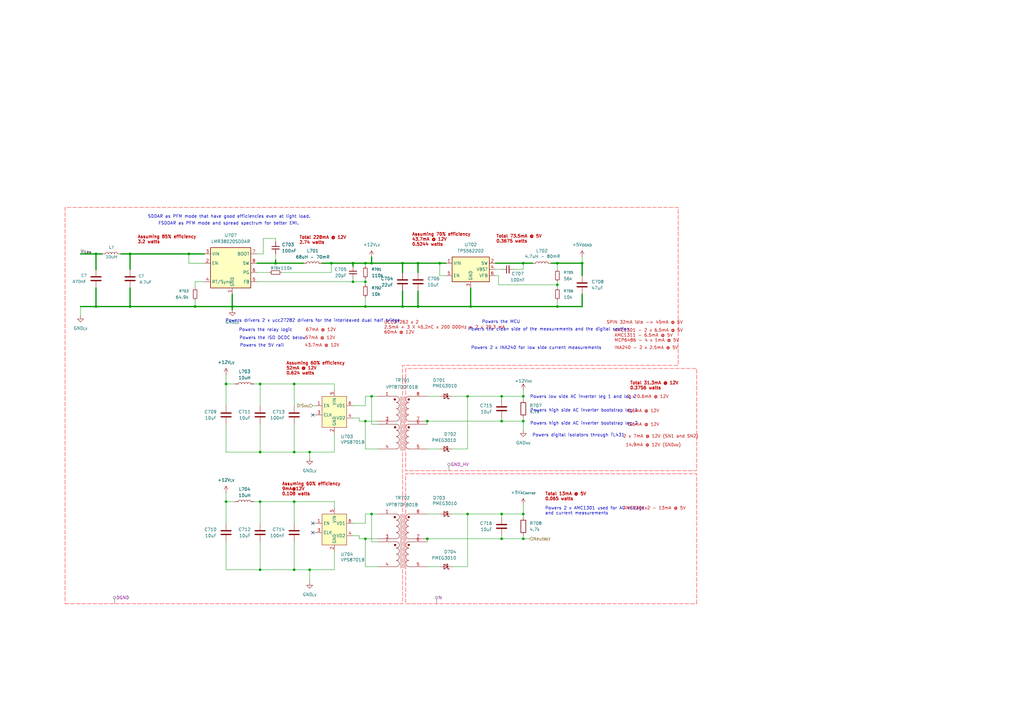
<source format=kicad_sch>
(kicad_sch (version 20250114) (generator "eeschema") (generator_version "9.0")
  (paper "A3")
  (lib_symbols
    (symbol "Device:C" (pin_numbers (hide yes)) (pin_names (offset 0.254))
      (property "Reference" "C" (at 0.635 2.54 0))
      (property "Value" "C" (at 0.635 -2.54 0))
      (symbol "C_0_1"
        (polyline (pts (xy -2.032 0.762) (xy 2.032 0.762)) (stroke (width 0.508)))
        (polyline (pts (xy -2.032 -0.762) (xy 2.032 -0.762)) (stroke (width 0.508)))
      )
      (symbol "C_1_1"
        (pin passive line (at 0 3.81 270) (length 2.794) (name "~") (number "1"))
        (pin passive line (at 0 -3.81 90) (length 2.794) (name "~") (number "2"))
      )
    )
    (symbol "Device:C_Small" (pin_numbers (hide yes)) (pin_names (offset 0.254) (hide yes))
      (property "Reference" "C" (at 0.254 1.778 0))
      (property "Value" "C_Small" (at 0.254 -2.032 0))
      (symbol "C_Small_0_1"
        (polyline (pts (xy -1.524 0.508) (xy 1.524 0.508)) (stroke (width 0.3048)))
        (polyline (pts (xy -1.524 -0.508) (xy 1.524 -0.508)) (stroke (width 0.3302)))
      )
      (symbol "C_Small_1_1"
        (pin passive line (at 0 2.54 270) (length 2.032) (name "~") (number "1"))
        (pin passive line (at 0 -2.54 90) (length 2.032) (name "~") (number "2"))
      )
    )
    (symbol "Device:D_Schottky_Small" (pin_numbers (hide yes)) (pin_names (offset 0.254) (hide yes))
      (property "Reference" "D" (at -1.27 2.032 0))
      (property "Value" "D_Schottky_Small" (at -7.112 -2.032 0))
      (symbol "D_Schottky_Small_0_1"
        (polyline (pts (xy -1.27 0.762) (xy -1.27 1.016) (xy -0.762 1.016) (xy -0.762 -1.016) (xy -0.254 -1.016) (xy -0.254 -0.762)) (stroke (width 0.254)))
        (polyline (pts (xy -0.762 0) (xy 0.762 0)))
        (polyline (pts (xy 0.762 -1.016) (xy -0.762 0) (xy 0.762 1.016) (xy 0.762 -1.016)) (stroke (width 0.254)))
      )
      (symbol "D_Schottky_Small_1_1"
        (pin passive line (at -2.54 0 0) (length 1.778) (name "K") (number "1"))
        (pin passive line (at 2.54 0 180) (length 1.778) (name "A") (number "2"))
      )
    )
    (symbol "Device:L" (pin_numbers (hide yes)) (pin_names (offset 1.016) (hide yes))
      (property "Reference" "L" (at -1.27 0 90))
      (property "Value" "L" (at 1.905 0 90))
      (symbol "L_0_1"
        (arc (start 0 2.54) (mid 0.6323 1.905) (end 0 1.27))
        (arc (start 0 1.27) (mid 0.6323 0.635) (end 0 0))
        (arc (start 0 0) (mid 0.6323 -0.635) (end 0 -1.27))
        (arc (start 0 -1.27) (mid 0.6323 -1.905) (end 0 -2.54))
      )
      (symbol "L_1_1"
        (pin passive line (at 0 3.81 270) (length 1.27) (name "1") (number "1"))
        (pin passive line (at 0 -3.81 90) (length 1.27) (name "2") (number "2"))
      )
    )
    (symbol "Device:R" (pin_numbers (hide yes)) (pin_names (offset 0))
      (property "Reference" "R" (at 2.032 0 90))
      (property "Value" "R" (at 0 0 90))
      (symbol "R_0_1"
        (rectangle (start -1.016 -2.54) (end 1.016 2.54) (stroke (width 0.254)))
      )
      (symbol "R_1_1"
        (pin passive line (at 0 3.81 270) (length 1.27) (name "~") (number "1"))
        (pin passive line (at 0 -3.81 90) (length 1.27) (name "~") (number "2"))
      )
    )
    (symbol "Device:R_Small" (pin_numbers (hide yes)) (pin_names (offset 0.254) (hide yes))
      (property "Reference" "R" (at 0 0 90))
      (property "Value" "R_Small" (at 1.778 0 90))
      (symbol "R_Small_0_1"
        (rectangle (start -0.762 1.778) (end 0.762 -1.778) (stroke (width 0.2032)))
      )
      (symbol "R_Small_1_1"
        (pin passive line (at 0 2.54 270) (length 0.762) (name "~") (number "1"))
        (pin passive line (at 0 -2.54 90) (length 0.762) (name "~") (number "2"))
      )
    )
    (symbol "Regulator_Switching:TPS562202"
      (property "Reference" "U" (at -7.62 6.35 0))
      (property "Value" "TPS562202" (at -2.54 6.35 0))
      (symbol "TPS562202_0_1"
        (rectangle (start -7.62 5.08) (end 7.62 -5.08) (stroke (width 0.254)) (fill (type background)))
      )
      (symbol "TPS562202_1_1"
        (pin power_in line (at -10.16 2.54 0) (length 2.54) (name "VIN") (number "1"))
        (pin input line (at -10.16 -2.54 0) (length 2.54) (name "EN") (number "5"))
        (pin power_in line (at 0 -7.62 90) (length 2.54) (name "GND") (number "3"))
        (pin output line (at 10.16 2.54 180) (length 2.54) (name "SW") (number "2"))
        (pin passive line (at 10.16 0 180) (length 2.54) (name "VBST") (number "4"))
        (pin input line (at 10.16 -2.54 180) (length 2.54) (name "VFB") (number "6"))
      )
    )
    (symbol "Symbols:+12V_PGND" (power) (in_bom no) (on_board no)
      (property "Value" "+12V_PGND" (at -0.127 3.81 0))
      (symbol "+12V_PGND_0_1"
        (polyline (pts (xy -0.762 1.27) (xy 0 2.54)))
        (polyline (pts (xy 0 2.54) (xy 0.762 1.27)))
        (polyline (pts (xy 0 0) (xy 0 2.54)))
      )
      (symbol "+12V_PGND_1_1"
        (pin power_in line (at 0 0 90) (length 0) (hide yes) (name "+12V_PGND") (number "1"))
      )
    )
    (symbol "Symbols:LMR38020"
      (property "Reference" "U" (at 0 0 0))
      (symbol "LMR38020_0_1"
        (rectangle (start -8.89 7.62) (end 7.62 -8.89) (stroke (width 0.254)) (fill (type background)))
      )
      (symbol "LMR38020_1_1"
        (pin power_in line (at -11.43 5.08 0) (length 2.54) (name "VIN") (number "3"))
        (pin input line (at -11.43 1.27 0) (length 2.54) (name "EN") (number "2"))
        (pin input line (at -11.43 -6.35 0) (length 2.54) (name "RT/Sync") (number "4"))
        (pin power_in line (at 0 -11.43 90) (length 2.54) (name "GND") (number "1"))
        (pin passive line (at 0 -11.43 90) (length 2.54) (hide yes) (name "GND") (number "9"))
        (pin input line (at 10.16 5.08 180) (length 2.54) (name "BOOT") (number "7"))
        (pin output line (at 10.16 1.27 180) (length 2.54) (name "SW") (number "8"))
        (pin input line (at 10.16 -2.54 180) (length 2.54) (name "PG") (number "6"))
        (pin input line (at 10.16 -6.35 180) (length 2.54) (name "FB") (number "5"))
      )
    )
    (symbol "Symbols:Transformer_2P_2S" (pin_names (offset 0) (hide yes))
      (property "Reference" "TR" (at 14.478 15.24 0))
      (symbol "Transformer_2P_2S_0_1"
        (arc (start 8.89 20.32) (mid 8.5055 19.4404) (end 7.62 19.0754))
        (arc (start 8.89 17.78) (mid 8.5055 16.9004) (end 7.62 16.5354))
        (arc (start 8.89 15.24) (mid 8.5055 14.3604) (end 7.62 13.9954))
        (arc (start 8.89 12.7) (mid 8.5055 11.8204) (end 7.62 11.4554))
        (arc (start 8.89 8.89) (mid 8.5055 8.0104) (end 7.62 7.6454))
        (arc (start 8.89 6.35) (mid 8.5055 5.4704) (end 7.62 5.1054))
        (arc (start 8.89 3.81) (mid 8.5055 2.9304) (end 7.62 2.5654))
        (arc (start 8.89 1.27) (mid 8.5055 0.3904) (end 7.62 0.0254))
        (arc (start 7.62 21.59) (mid 8.518 21.218) (end 8.89 20.32))
        (arc (start 7.62 19.05) (mid 8.518 18.678) (end 8.89 17.78))
        (arc (start 7.62 16.51) (mid 8.518 16.138) (end 8.89 15.24))
        (arc (start 7.62 13.97) (mid 8.518 13.598) (end 8.89 12.7))
        (arc (start 7.62 10.16) (mid 8.518 9.788) (end 8.89 8.89))
        (arc (start 7.62 7.62) (mid 8.518 7.248) (end 8.89 6.35))
        (arc (start 7.62 5.08) (mid 8.518 4.708) (end 8.89 3.81))
        (arc (start 7.62 2.54) (mid 8.518 2.168) (end 8.89 1.27))
        (polyline (pts (xy 9.525 21.59) (xy 9.525 -0.635)))
        (polyline (pts (xy 10.795 -0.635) (xy 10.795 21.59)))
        (arc (start 11.4554 20.32) (mid 11.8065 21.2193) (end 12.7 21.59))
        (arc (start 11.4554 17.78) (mid 11.8065 18.6793) (end 12.7 19.05))
        (arc (start 11.4554 15.24) (mid 11.8065 16.1393) (end 12.7 16.51))
        (arc (start 11.4554 8.89) (mid 11.8065 9.7893) (end 12.7 10.16))
        (arc (start 11.4554 6.35) (mid 11.8065 7.2493) (end 12.7 7.62))
        (arc (start 11.4554 3.81) (mid 11.8065 4.7093) (end 12.7 5.08))
        (arc (start 12.7 19.0754) (mid 11.8199 19.4399) (end 11.4554 20.32))
        (arc (start 12.7 16.5354) (mid 11.8199 16.8999) (end 11.4554 17.78))
        (arc (start 12.7 13.9954) (mid 11.8199 14.3599) (end 11.4554 15.24))
        (arc (start 12.7 7.6454) (mid 11.8199 8.0099) (end 11.4554 8.89))
        (arc (start 12.7 5.1054) (mid 11.8199 5.4699) (end 11.4554 6.35))
        (arc (start 12.7 2.5654) (mid 11.8199 2.9299) (end 11.4554 3.81))
        (arc (start 11.4808 12.7) (mid 11.8317 13.6009) (end 12.7254 13.97))
        (arc (start 11.4808 1.27) (mid 11.8317 2.1709) (end 12.7254 2.54))
        (arc (start 12.7254 11.4554) (mid 11.8457 11.8201) (end 11.4808 12.7))
        (arc (start 12.7254 0.0254) (mid 11.8457 0.3901) (end 11.4808 1.27))
      )
      (symbol "Transformer_2P_2S_1_1"
        (circle (center 6.985 20.32) (radius 0.381) (fill (type outline)))
        (circle (center 7.112 8.89) (radius 0.381) (fill (type outline)))
        (circle (center 12.7 20.32) (radius 0.381) (fill (type outline)))
        (circle (center 12.7 8.89) (radius 0.381) (fill (type outline)))
        (pin passive line (at 0 21.59 0) (length 7.62) (name "AA") (number "1"))
        (pin passive line (at 0 11.43 0) (length 7.62) (name "AB") (number "3"))
        (pin passive line (at 0 10.16 0) (length 7.62) (name "AA") (number "2"))
        (pin passive line (at 0 0 0) (length 7.62) (name "AB") (number "4"))
        (pin passive line (at 20.32 21.59 180) (length 7.62) (name "SB") (number "8"))
        (pin passive line (at 20.32 11.43 180) (length 7.62) (name "SA") (number "7"))
        (pin passive line (at 20.32 10.16 180) (length 7.62) (name "SB") (number "6"))
        (pin passive line (at 20.32 0 180) (length 7.62) (name "SA") (number "5"))
      )
    )
    (symbol "Symbols:VPS8504B"
      (property "Reference" "U" (at 5.842 7.874 0))
      (symbol "VPS8504B_1_1"
        (rectangle (start -5.08 6.35) (end 5.08 -6.35) (fill (type color) (color 255 255 194 1)))
        (pin input line (at -7.62 2.54 0) (length 2.54) (name "EN") (number "1"))
        (pin input line (at -7.62 -1.27 0) (length 2.54) (name "CLK") (number "3"))
        (pin input line (at 0 8.89 270) (length 2.54) (name "VIN") (number "5"))
        (pin input line (at 0 -8.89 90) (length 2.54) (name "GND") (number "2"))
        (pin input line (at 7.62 2.54 180) (length 2.54) (name "VD1") (number "6"))
        (pin input line (at 7.62 -2.54 180) (length 2.54) (name "VD2") (number "4"))
      )
    )
    (symbol "power:+12V" (power) (pin_numbers (hide yes)) (pin_names (offset 0) (hide yes))
      (property "Value" "+12V" (at 0 3.556 0))
      (symbol "+12V_0_1"
        (polyline (pts (xy -0.762 1.27) (xy 0 2.54)))
        (polyline (pts (xy 0 2.54) (xy 0.762 1.27)))
        (polyline (pts (xy 0 0) (xy 0 2.54)))
      )
      (symbol "+12V_1_1"
        (pin power_in line (at 0 0 90) (length 0) (name "~") (number "1"))
      )
    )
    (symbol "power:GND" (power) (pin_numbers (hide yes)) (pin_names (offset 0) (hide yes))
      (property "Value" "GND" (at 0 -3.81 0))
      (symbol "GND_0_1"
        (polyline (pts (xy 0 0) (xy 0 -1.27) (xy 1.27 -1.27) (xy 0 -2.54) (xy -1.27 -1.27) (xy 0 -1.27)))
      )
      (symbol "GND_1_1"
        (pin power_in line (at 0 0 270) (length 0) (name "~") (number "1"))
      )
    )
    (symbol "power:GND1" (power) (pin_numbers (hide yes)) (pin_names (offset 0) (hide yes))
      (property "Value" "GND1" (at 0 -3.81 0))
      (symbol "GND1_0_1"
        (polyline (pts (xy 0 0) (xy 0 -1.27) (xy 1.27 -1.27) (xy 0 -2.54) (xy -1.27 -1.27) (xy 0 -1.27)))
      )
      (symbol "GND1_1_1"
        (pin power_in line (at 0 0 270) (length 0) (name "~") (number "1"))
      )
    )
  )
  (text "Powers the 5V rail" (at 107.442 141.732 0) (effects (font (size 1.27 1.27))))
  (text "Powers digital isolators through TL431" (at 237.236 178.562 0) (effects (font (size 1.27 1.27))))
  (text "Total 73.5mA @ 5V\n0.3675 watts" (at 203.454 98.044 0) (effects (font (size 1.27 1.27) (thickness 0.254) (bold yes)) (justify left)))
  (text "Assuming 70% efficiency \n43.7mA @ 12V\n0.5244 watts" (at 168.91 98.298 0) (effects (font (size 1.27 1.27) (thickness 0.254) (bold yes)) (justify left)))
  (text "AMC1301x2 - 13mA @ 5V" (at 268.478 208.534 0) (effects (font (size 1.27 1.27))))
  (text "INA240 - 2 x 2.5mA @ 5V" (at 251.968 142.748 0) (effects (font (size 1.27 1.27)) (justify left)))
  (text "Powers the clean side of the measurements and the digital section" (at 225.044 135.128 0) (effects (font (size 1.27 1.27))))
  (text "Powers 2 x AMC1301 used for AC voltage\nand current measurements" (at 223.52 209.55 0) (effects (font (size 1.27 1.27)) (justify left)))
  (text "Powers high side AC inverter bootstrap leg 1" (at 239.522 168.402 0) (effects (font (size 1.27 1.27))))
  (text "Total 13mA @ 5V \n0.065 watts" (at 223.52 203.708 0) (effects (font (size 1.27 1.27) (thickness 0.254) (bold yes)) (justify left)))
  (text "Assuming 60% efficiency \n9mA@12V\n0.108 watts" (at 115.57 200.66 0) (effects (font (size 1.27 1.27) (thickness 0.254) (bold yes)) (justify left)))
  (text "Assuming 60% efficiency \n52mA @ 12V\n0.624 watts" (at 117.348 151.13 0) (effects (font (size 1.27 1.27) (thickness 0.254) (bold yes)) (justify left)))
  (text "0.6mA @ 12V" (at 263.906 168.656 0) (effects (font (size 1.27 1.27))))
  (text "Powers 2 x INA240 for low side current measurements" (at 219.964 142.748 0) (effects (font (size 1.27 1.27))))
  (text "Powers low side AC inverter leg 1 and leg 2" (at 239.268 162.814 0) (effects (font (size 1.27 1.27))))
  (text "Powers the ISO DCDC below\n" (at 111.76 138.684 0) (effects (font (size 1.27 1.27))))
  (text "SPIN 32mA idle -> 45mA @ 5V" (at 264.414 132.334 0) (effects (font (size 1.27 1.27))))
  (text "14.9mA @ 12V (GND_{HV})" (at 267.97 182.626 0) (effects (font (size 1.27 1.27))))
  (text "0.6mA @ 12V" (at 263.906 174.244 0) (effects (font (size 1.27 1.27))))
  (text "Powers drivers 2 x ucc27282 drivers for the interleaved dual half bridge" (at 128.27 131.572 0) (effects (font (size 1.27 1.27))))
  (text "57mA @ 12V" (at 131.318 138.684 0) (effects (font (size 1.27 1.27))))
  (text "UCC27262 x 2\n2.5mA + 3 X 45.2nC x 200 000Hz ≈ 2 x 29.3 mA\n60mA @ 12V" (at 157.48 134.366 0) (effects (font (size 1.27 1.27)) (justify left)))
  (text "FSDDAR as PFM mode and spread spectrum for better EMI. " (at 94.234 91.694 0) (effects (font (size 1.27 1.27))))
  (text "43.7mA @ 12V" (at 132.08 141.732 0) (effects (font (size 1.27 1.27))))
  (text "2 x 0.6mA @ 12V" (at 265.684 162.814 0) (effects (font (size 1.27 1.27))))
  (text "AMC1301 - 2 x 6.5mA @ 5V\nAMC1311 - 6.5mA @ 5V\nMCP6486 - 4 x 1mA @ 5V" (at 251.968 137.668 0) (effects (font (size 1.27 1.27)) (justify left)))
  (text "2 x 7mA @ 12V (SN1 and SN2)" (at 271.018 179.07 0) (effects (font (size 1.27 1.27))))
  (text "Total 228mA @ 12V\n2.74 watts" (at 122.682 98.552 0) (effects (font (size 1.27 1.27) (thickness 0.254) (bold yes)) (justify left)))
  (text "Powers the MCU" (at 205.486 132.08 0) (effects (font (size 1.27 1.27))))
  (text "Assuming 85% efficiency \n3.2 watts" (at 56.388 98.298 0) (effects (font (size 1.27 1.27) (thickness 0.254) (bold yes)) (justify left)))
  (text "Total 31.3mA @ 12V \n0.3756 watts" (at 258.318 158.242 0) (effects (font (size 1.27 1.27) (thickness 0.254) (bold yes)) (justify left)))
  (text "Powers the relay logic" (at 108.966 135.382 0) (effects (font (size 1.27 1.27))))
  (text "67mA @ 12V" (at 131.572 135.382 0) (effects (font (size 1.27 1.27))))
  (text "Powers high side AC inverter bootstrap leg 2" (at 239.522 173.736 0) (effects (font (size 1.27 1.27))))
  (text "SDDAR as PFM mode that have good efficiencies even at light load." (at 93.98 88.9 0) (effects (font (size 1.27 1.27))))
  (junction (at 106.68 205.74))
  (junction (at 228.6 125.73))
  (junction (at 175.26 220.98))
  (junction (at 214.63 162.56))
  (junction (at 127 185.42))
  (junction (at 120.65 157.48))
  (junction (at 106.68 233.68))
  (junction (at 77.47 104.14))
  (junction (at 228.6 107.95))
  (junction (at 171.45 125.73))
  (junction (at 165.1 107.95))
  (junction (at 214.63 210.82))
  (junction (at 39.37 104.14))
  (junction (at 171.45 107.95))
  (junction (at 205.74 210.82))
  (junction (at 175.26 172.72))
  (junction (at 205.74 162.56))
  (junction (at 95.25 125.73))
  (junction (at 149.86 107.95))
  (junction (at 39.37 125.73))
  (junction (at 193.04 125.73))
  (junction (at 152.4 162.56))
  (junction (at 92.71 205.74))
  (junction (at 113.03 107.95))
  (junction (at 214.63 107.95))
  (junction (at 120.65 233.68))
  (junction (at 149.86 172.72))
  (junction (at 106.68 157.48))
  (junction (at 106.68 185.42))
  (junction (at 191.77 162.56))
  (junction (at 205.74 172.72))
  (junction (at 120.65 185.42))
  (junction (at 214.63 220.98))
  (junction (at 180.34 107.95))
  (junction (at 238.76 107.95))
  (junction (at 152.4 107.95))
  (junction (at 149.86 220.98))
  (junction (at 228.6 116.84))
  (junction (at 149.86 125.73))
  (junction (at 165.1 125.73))
  (junction (at 214.63 172.72))
  (junction (at 152.4 210.82))
  (junction (at 92.71 157.48))
  (junction (at 127 233.68))
  (junction (at 144.78 115.57))
  (junction (at 53.34 104.14))
  (junction (at 80.01 125.73))
  (junction (at 53.34 125.73))
  (junction (at 191.77 210.82))
  (junction (at 135.89 107.95))
  (junction (at 144.78 107.95))
  (junction (at 149.86 115.57))
  (junction (at 120.65 205.74))
  (junction (at 205.74 220.98))
  (no_connect (at 128.27 218.44))
  (no_connect (at 128.27 214.63))
  (no_connect (at 128.27 170.18))
  (wire (pts (xy 127 185.42) (xy 137.16 185.42)))
  (wire (pts (xy 105.41 104.14) (xy 107.95 104.14)))
  (wire (pts (xy 152.4 105.41) (xy 152.4 107.95)) (stroke (width 0.5)))
  (wire (pts (xy 238.76 105.41) (xy 238.76 107.95)))
  (wire (pts (xy 154.94 173.99) (xy 152.4 173.99)))
  (wire (pts (xy 92.71 205.74) (xy 92.71 214.63)))
  (wire (pts (xy 205.74 163.83) (xy 205.74 162.56)))
  (wire (pts (xy 104.14 205.74) (xy 106.68 205.74)))
  (wire (pts (xy 106.68 173.99) (xy 106.68 185.42)))
  (wire (pts (xy 149.86 214.63) (xy 149.86 210.82)))
  (wire (pts (xy 53.34 118.11) (xy 53.34 125.73)) (stroke (width 0.5)))
  (wire (pts (xy 191.77 210.82) (xy 205.74 210.82)))
  (wire (pts (xy 165.1 125.73) (xy 171.45 125.73)) (stroke (width 0.5)))
  (wire (pts (xy 228.6 125.73) (xy 231.14 125.73)))
  (wire (pts (xy 106.68 233.68) (xy 120.65 233.68)))
  (wire (pts (xy 149.86 220.98) (xy 154.94 220.98)))
  (wire (pts (xy 53.34 125.73) (xy 80.01 125.73)) (stroke (width 0.5)))
  (wire (pts (xy 95.25 125.73) (xy 149.86 125.73)) (stroke (width 0.5)))
  (wire (pts (xy 92.71 233.68) (xy 106.68 233.68)))
  (wire (pts (xy 228.6 116.84) (xy 228.6 118.11)))
  (wire (pts (xy 152.4 162.56) (xy 152.4 173.99)))
  (wire (pts (xy 135.89 107.95) (xy 144.78 107.95)) (stroke (width 0.5)))
  (wire (pts (xy 106.68 157.48) (xy 120.65 157.48)))
  (wire (pts (xy 205.74 210.82) (xy 214.63 210.82)))
  (wire (pts (xy 33.02 125.73) (xy 39.37 125.73)) (stroke (width 0.5)))
  (wire (pts (xy 147.32 171.45) (xy 147.32 172.72)))
  (wire (pts (xy 175.26 220.98) (xy 175.26 222.25)))
  (wire (pts (xy 147.32 220.98) (xy 149.86 220.98)))
  (wire (pts (xy 214.63 162.56) (xy 214.63 163.83)))
  (wire (pts (xy 205.74 171.45) (xy 205.74 172.72)))
  (wire (pts (xy 144.78 107.95) (xy 144.78 109.22)) (stroke (width 0.5)))
  (wire (pts (xy 226.06 107.95) (xy 228.6 107.95)) (stroke (width 0.5)))
  (wire (pts (xy 205.74 220.98) (xy 175.26 220.98)))
  (wire (pts (xy 104.14 157.48) (xy 106.68 157.48)))
  (wire (pts (xy 92.71 222.25) (xy 92.71 233.68)))
  (wire (pts (xy 80.01 115.57) (xy 80.01 118.11)))
  (wire (pts (xy 53.34 104.14) (xy 77.47 104.14)) (stroke (width 0.5)))
  (wire (pts (xy 152.4 210.82) (xy 152.4 222.25)))
  (wire (pts (xy 171.45 107.95) (xy 171.45 111.76)) (stroke (width 0.5)))
  (wire (pts (xy 175.26 232.41) (xy 180.34 232.41)))
  (wire (pts (xy 214.63 172.72) (xy 214.63 176.53)))
  (wire (pts (xy 165.1 107.95) (xy 171.45 107.95)) (stroke (width 0.5)))
  (wire (pts (xy 120.65 157.48) (xy 120.65 166.37)))
  (wire (pts (xy 214.63 171.45) (xy 214.63 172.72)))
  (wire (pts (xy 106.68 157.48) (xy 106.68 166.37)))
  (wire (pts (xy 127 187.96) (xy 127 185.42)))
  (wire (pts (xy 33.02 104.14) (xy 39.37 104.14)) (stroke (width 0.5)))
  (wire (pts (xy 77.47 107.95) (xy 77.47 104.14)))
  (wire (pts (xy 127 233.68) (xy 137.16 233.68)))
  (wire (pts (xy 182.88 113.03) (xy 180.34 113.03)))
  (wire (pts (xy 129.54 170.18) (xy 128.27 170.18)))
  (wire (pts (xy 152.4 107.95) (xy 165.1 107.95)) (stroke (width 0.5)))
  (wire (pts (xy 180.34 107.95) (xy 182.88 107.95)) (stroke (width 0.5)))
  (wire (pts (xy 106.68 185.42) (xy 120.65 185.42)))
  (wire (pts (xy 39.37 104.14) (xy 41.91 104.14)) (stroke (width 0.5)))
  (wire (pts (xy 191.77 162.56) (xy 191.77 184.15)))
  (wire (pts (xy 185.42 162.56) (xy 191.77 162.56)))
  (wire (pts (xy 144.78 114.3) (xy 144.78 115.57)))
  (wire (pts (xy 113.03 97.79) (xy 113.03 99.06)))
  (wire (pts (xy 137.16 205.74) (xy 137.16 208.28)))
  (wire (pts (xy 152.4 210.82) (xy 154.94 210.82)))
  (wire (pts (xy 105.41 115.57) (xy 144.78 115.57)))
  (wire (pts (xy 191.77 210.82) (xy 191.77 232.41)))
  (wire (pts (xy 128.27 214.63) (xy 129.54 214.63)))
  (wire (pts (xy 92.71 185.42) (xy 106.68 185.42)))
  (wire (pts (xy 120.65 222.25) (xy 120.65 233.68)))
  (wire (pts (xy 204.47 113.03) (xy 204.47 116.84)))
  (wire (pts (xy 180.34 113.03) (xy 180.34 107.95)))
  (wire (pts (xy 120.65 185.42) (xy 127 185.42)))
  (wire (pts (xy 214.63 220.98) (xy 217.17 220.98)))
  (wire (pts (xy 147.32 172.72) (xy 149.86 172.72)))
  (wire (pts (xy 204.47 116.84) (xy 228.6 116.84)))
  (wire (pts (xy 149.86 172.72) (xy 149.86 184.15)))
  (wire (pts (xy 92.71 201.93) (xy 92.71 205.74)))
  (wire (pts (xy 144.78 166.37) (xy 149.86 166.37)))
  (wire (pts (xy 149.86 114.3) (xy 149.86 115.57)))
  (wire (pts (xy 171.45 125.73) (xy 193.04 125.73)) (stroke (width 0.5)))
  (wire (pts (xy 149.86 121.92) (xy 149.86 125.73)))
  (wire (pts (xy 210.82 110.49) (xy 214.63 110.49)))
  (wire (pts (xy 203.2 107.95) (xy 214.63 107.95)) (stroke (width 0.5)))
  (wire (pts (xy 205.74 172.72) (xy 175.26 172.72)))
  (wire (pts (xy 144.78 171.45) (xy 147.32 171.45)))
  (wire (pts (xy 39.37 104.14) (xy 39.37 110.49)) (stroke (width 0.5)))
  (wire (pts (xy 205.74 212.09) (xy 205.74 210.82)))
  (wire (pts (xy 105.41 107.95) (xy 113.03 107.95)) (stroke (width 0.5)))
  (wire (pts (xy 205.74 162.56) (xy 214.63 162.56)))
  (wire (pts (xy 149.86 184.15) (xy 154.94 184.15)))
  (wire (pts (xy 127 233.68) (xy 127 238.76)))
  (wire (pts (xy 53.34 104.14) (xy 53.34 110.49)) (stroke (width 0.5)))
  (wire (pts (xy 137.16 226.06) (xy 137.16 233.68)))
  (wire (pts (xy 171.45 107.95) (xy 180.34 107.95)) (stroke (width 0.5)))
  (wire (pts (xy 113.03 107.95) (xy 113.03 106.68)) (stroke (width 0.5)))
  (wire (pts (xy 149.86 107.95) (xy 149.86 109.22)))
  (wire (pts (xy 228.6 116.84) (xy 228.6 115.57)))
  (wire (pts (xy 154.94 222.25) (xy 152.4 222.25)))
  (wire (pts (xy 149.86 210.82) (xy 152.4 210.82)))
  (wire (pts (xy 165.1 107.95) (xy 165.1 111.76)) (stroke (width 0.5)))
  (wire (pts (xy 185.42 210.82) (xy 191.77 210.82)))
  (wire (pts (xy 214.63 219.71) (xy 214.63 220.98)))
  (wire (pts (xy 106.68 205.74) (xy 120.65 205.74)))
  (wire (pts (xy 120.65 173.99) (xy 120.65 185.42)))
  (wire (pts (xy 49.53 104.14) (xy 53.34 104.14)) (stroke (width 0.5)))
  (wire (pts (xy 147.32 219.71) (xy 147.32 220.98)))
  (wire (pts (xy 105.41 111.76) (xy 110.49 111.76)))
  (wire (pts (xy 152.4 162.56) (xy 154.94 162.56)))
  (wire (pts (xy 149.86 220.98) (xy 149.86 232.41)))
  (wire (pts (xy 137.16 177.8) (xy 137.16 185.42)))
  (wire (pts (xy 106.68 205.74) (xy 106.68 214.63)))
  (wire (pts (xy 92.71 153.67) (xy 92.71 157.48)))
  (wire (pts (xy 83.82 107.95) (xy 77.47 107.95)))
  (wire (pts (xy 214.63 160.02) (xy 214.63 162.56)))
  (wire (pts (xy 205.74 172.72) (xy 214.63 172.72)))
  (wire (pts (xy 113.03 107.95) (xy 124.46 107.95)) (stroke (width 0.5)))
  (wire (pts (xy 175.26 210.82) (xy 180.34 210.82)))
  (wire (pts (xy 193.04 125.73) (xy 228.6 125.73)) (stroke (width 0.5)))
  (wire (pts (xy 175.26 162.56) (xy 180.34 162.56)))
  (wire (pts (xy 144.78 115.57) (xy 149.86 115.57)))
  (wire (pts (xy 149.86 115.57) (xy 149.86 116.84)))
  (wire (pts (xy 149.86 162.56) (xy 152.4 162.56)))
  (wire (pts (xy 149.86 172.72) (xy 154.94 172.72)))
  (wire (pts (xy 83.82 115.57) (xy 80.01 115.57)))
  (wire (pts (xy 95.25 125.73) (xy 95.25 127)) (stroke (width 0.5)))
  (wire (pts (xy 149.86 166.37) (xy 149.86 162.56)))
  (wire (pts (xy 107.95 104.14) (xy 107.95 97.79)))
  (wire (pts (xy 191.77 162.56) (xy 205.74 162.56)))
  (wire (pts (xy 214.63 110.49) (xy 214.63 107.95)))
  (wire (pts (xy 205.74 220.98) (xy 214.63 220.98)))
  (wire (pts (xy 95.25 120.65) (xy 95.25 125.73)) (stroke (width 0.5)))
  (wire (pts (xy 171.45 119.38) (xy 171.45 125.73)) (stroke (width 0.5)))
  (wire (pts (xy 165.1 119.38) (xy 165.1 125.73)) (stroke (width 0.5)))
  (wire (pts (xy 92.71 173.99) (xy 92.71 185.42)))
  (wire (pts (xy 144.78 214.63) (xy 149.86 214.63)))
  (wire (pts (xy 113.03 104.14) (xy 113.03 106.68)))
  (wire (pts (xy 214.63 107.95) (xy 218.44 107.95)) (stroke (width 0.5)))
  (wire (pts (xy 228.6 107.95) (xy 228.6 110.49)))
  (wire (pts (xy 92.71 157.48) (xy 92.71 166.37)))
  (wire (pts (xy 129.54 218.44) (xy 128.27 218.44)))
  (wire (pts (xy 204.47 113.03) (xy 203.2 113.03)))
  (wire (pts (xy 120.65 205.74) (xy 137.16 205.74)))
  (wire (pts (xy 228.6 107.95) (xy 238.76 107.95)) (stroke (width 0.5)))
  (wire (pts (xy 149.86 125.73) (xy 165.1 125.73)) (stroke (width 0.5)))
  (wire (pts (xy 137.16 157.48) (xy 137.16 160.02)))
  (wire (pts (xy 83.82 104.14) (xy 77.47 104.14)) (stroke (width 0.5)))
  (wire (pts (xy 238.76 113.03) (xy 238.76 107.95)) (stroke (width 0.5)))
  (wire (pts (xy 203.2 110.49) (xy 205.74 110.49)))
  (wire (pts (xy 205.74 219.71) (xy 205.74 220.98)))
  (wire (pts (xy 92.71 205.74) (xy 96.52 205.74)))
  (wire (pts (xy 185.42 232.41) (xy 191.77 232.41)))
  (wire (pts (xy 144.78 107.95) (xy 149.86 107.95)) (stroke (width 0.5)))
  (wire (pts (xy 175.26 184.15) (xy 180.34 184.15)))
  (wire (pts (xy 115.57 111.76) (xy 135.89 111.76)))
  (wire (pts (xy 132.08 107.95) (xy 135.89 107.95)) (stroke (width 0.5)))
  (wire (pts (xy 228.6 125.73) (xy 238.76 125.73)) (stroke (width 0.5)))
  (wire (pts (xy 128.27 166.37) (xy 129.54 166.37)))
  (wire (pts (xy 80.01 123.19) (xy 80.01 125.73)))
  (wire (pts (xy 185.42 184.15) (xy 191.77 184.15)))
  (wire (pts (xy 33.02 129.54) (xy 33.02 125.73)))
  (wire (pts (xy 92.71 157.48) (xy 96.52 157.48)))
  (wire (pts (xy 120.65 157.48) (xy 137.16 157.48)))
  (wire (pts (xy 106.68 222.25) (xy 106.68 233.68)))
  (wire (pts (xy 107.95 97.79) (xy 113.03 97.79)))
  (wire (pts (xy 193.04 125.73) (xy 193.04 118.11)) (stroke (width 0.5)))
  (wire (pts (xy 149.86 107.95) (xy 152.4 107.95)) (stroke (width 0.5)))
  (wire (pts (xy 214.63 207.01) (xy 214.63 210.82)))
  (wire (pts (xy 120.65 233.68) (xy 127 233.68)))
  (wire (pts (xy 144.78 219.71) (xy 147.32 219.71)))
  (wire (pts (xy 39.37 125.73) (xy 53.34 125.73)) (stroke (width 0.5)))
  (wire (pts (xy 149.86 232.41) (xy 154.94 232.41)))
  (wire (pts (xy 135.89 111.76) (xy 135.89 107.95)))
  (wire (pts (xy 175.26 172.72) (xy 175.26 173.99)))
  (wire (pts (xy 80.01 125.73) (xy 95.25 125.73)) (stroke (width 0.5)))
  (wire (pts (xy 39.37 118.11) (xy 39.37 125.73)) (stroke (width 0.5)))
  (wire (pts (xy 120.65 205.74) (xy 120.65 214.63)))
  (wire (pts (xy 238.76 125.73) (xy 238.76 120.65)) (stroke (width 0.5)))
  (wire (pts (xy 228.6 123.19) (xy 228.6 125.73)))
  (wire (pts (xy 214.63 210.82) (xy 214.63 212.09)))
  (label "V_{ILow}" (at 33.02 104.14 0))
  (hierarchical_label "DIS_{HV}" (shape input) (at 128.27 166.37 180))
  (hierarchical_label "Neut_{REF}" (shape input) (at 217.17 220.98 0))
  (rule_area (polyline (pts (xy 26.67 247.65) (xy 165.1 247.65) (xy 165.1 149.86) (xy 278.13 149.86) (xy 278.13 85.09) (xy 26.67 85.09)) (stroke (width 0) (type dash))))
  (rule_area (polyline (pts (xy 166.37 151.13) (xy 166.37 193.04) (xy 285.75 193.04) (xy 285.75 151.13)) (stroke (width 0) (type dash))))
  (rule_area (polyline (pts (xy 285.75 247.65) (xy 285.75 194.31) (xy 166.37 194.31) (xy 166.37 247.65)) (stroke (width 0) (type dash))))
  (netclass_flag "" (length 2.54) (shape round) (at 179.07 247.65 0) (property "Netclass" "N" (at 179.7685 245.11 0) (effects (justify left))))
  (netclass_flag "" (length 2.54) (shape round) (at 184.15 193.04 0) (property "Netclass" "GND_HV" (at 184.8485 190.5 0) (effects (justify left))))
  (netclass_flag "" (length 2.54) (shape round) (at 46.99 247.65 0) (property "Netclass" "DGND" (at 47.6885 245.11 0) (effects (justify left))))
  (symbol (lib_id "Device:R") (at 214.63 215.9 0) (unit 1)
    (property "Reference" "R708" (at 217.17 214.63 0) (effects (justify left)))
    (property "Value" "4.7k" (at 217.17 217.17 0) (effects (justify left)))
    (property "Footprint" "Resistor_SMD:R_0603_1608Metric" (effects (hide yes)))
    (property "Description" "Resistor" (effects (hide yes)))
    (property "LCSC" "C23162" (effects (hide yes)))
  )
  (symbol (lib_id "power:+12V") (at 92.71 201.93 0) (unit 1)
    (property "Reference" "#PWR0707" (effects (hide yes)))
    (property "Value" "+12V_{LV}" (at 92.71 196.85 0))
    (property "Description" "Power symbol creates a global label with name \"+12V\"" (effects (hide yes)))
  )
  (symbol (lib_id "Device:C") (at 120.65 218.44 0) (mirror y) (unit 1)
    (property "Reference" "C714" (at 116.84 217.17 0) (effects (justify left)))
    (property "Value" "100nF" (at 116.84 219.71 0) (effects (justify left)))
    (property "Footprint" "Capacitor_SMD:C_0603_1608Metric" (effects (hide yes)))
    (property "Description" "Unpolarized capacitor" (effects (hide yes)))
    (property "LCSC" "C14663" (effects (hide yes)))
  )
  (symbol (lib_id "Device:D_Schottky_Small") (at 182.88 184.15 180) (unit 1)
    (property "Reference" "D702" (at 187.198 178.054 0) (effects (justify left)))
    (property "Value" "PMEG3010" (at 187.198 180.594 0) (effects (justify left)))
    (property "Footprint" "Diode_SMD:D_SOD-323F" (effects (hide yes)))
    (property "Description" "Schottky diode, small symbol" (effects (hide yes)))
    (property "LCSC" "C2937140" (effects (hide yes)))
  )
  (symbol (lib_id "power:+12V") (at 214.63 160.02 0) (unit 1)
    (property "Reference" "#PWR0715" (effects (hide yes)))
    (property "Value" "+12V_{HV}" (at 214.63 156.21 0))
    (property "Description" "Power symbol creates a global label with name \"+12V\"" (effects (hide yes)))
  )
  (symbol (lib_id "Device:D_Schottky_Small") (at 182.88 232.41 180) (unit 1)
    (property "Reference" "D704" (at 187.198 226.314 0) (effects (justify left)))
    (property "Value" "PMEG3010" (at 187.198 228.854 0) (effects (justify left)))
    (property "Footprint" "Diode_SMD:D_SOD-323F" (effects (hide yes)))
    (property "Description" "Schottky diode, small symbol" (effects (hide yes)))
    (property "LCSC" "C2937140" (effects (hide yes)))
  )
  (symbol (lib_id "Device:C") (at 106.68 218.44 0) (mirror y) (unit 1)
    (property "Reference" "C712" (at 102.87 217.17 0) (effects (justify left)))
    (property "Value" "10uF" (at 102.87 219.71 0) (effects (justify left)))
    (property "Footprint" "Capacitor_SMD:C_0805_2012Metric" (effects (hide yes)))
    (property "Description" "Unpolarized capacitor" (effects (hide yes)))
    (property "LCSC" "C440198" (effects (hide yes)))
  )
  (symbol (lib_id "Device:C") (at 165.1 115.57 0) (mirror y) (unit 1)
    (property "Reference" "C704" (at 161.29 114.2999 0) (effects (justify left)))
    (property "Value" "22uF" (at 161.29 116.8399 0) (effects (justify left)))
    (property "Footprint" "Capacitor_SMD:C_1210_3225Metric" (effects (hide yes)))
    (property "Description" "Unpolarized capacitor" (effects (hide yes)))
    (property "LCSC" "C309062" (effects (hide yes)))
  )
  (symbol (lib_id "Device:C") (at 106.68 170.18 0) (mirror y) (unit 1)
    (property "Reference" "C711" (at 102.87 168.91 0) (effects (justify left)))
    (property "Value" "10uF" (at 102.87 171.45 0) (effects (justify left)))
    (property "Footprint" "Capacitor_SMD:C_0805_2012Metric" (effects (hide yes)))
    (property "Description" "Unpolarized capacitor" (effects (hide yes)))
    (property "LCSC" "C440198" (effects (hide yes)))
  )
  (symbol (lib_id "power:GND1") (at 127 238.76 0) (unit 1)
    (property "Reference" "#PWR0709" (effects (hide yes)))
    (property "Value" "GND_{LV}" (at 127 243.84 0))
    (property "Description" "Power symbol creates a global label with name \"GND1\" , ground" (effects (hide yes)))
  )
  (symbol (lib_id "Symbols:+12V_PGND") (at 238.76 105.41 0) (unit 1) (in_bom no) (on_board no)
    (property "Reference" "#PWR?" (effects (hide yes)))
    (property "Value" "+5V_{DGND}" (at 238.76 100.33 0))
  )
  (symbol (lib_id "Device:L") (at 128.27 107.95 90) (unit 1)
    (property "Reference" "L701" (at 128.27 102.87 90))
    (property "Value" "68uH - 70mR" (at 128.27 105.41 90))
    (property "Footprint" "Inductor_SMD:L_12x12mm_H6mm" (effects (hide yes)))
    (property "Description" "Inductor" (effects (hide yes)))
    (property "LCSC" "C7587712" (effects (hide yes)))
  )
  (symbol (lib_id "Device:C") (at 53.34 114.3 0) (unit 1)
    (property "Reference" "C?" (at 56.896 113.2839 0) (effects (justify left)))
    (property "Value" "4.7uF" (at 56.896 115.824 0) (effects (justify left)))
    (property "Footprint" "Footprints:C_1210_3225Metric" (effects (hide yes)))
    (property "Datasheet" "${KIPRJMOD}\\datasheet\\MLCC-1837944.pdf" (effects (hide yes)))
    (property "LCSC" "C381466" (effects (hide yes)))
  )
  (symbol (lib_id "Symbols:LMR38020") (at 95.25 109.22 0) (unit 1)
    (property "Reference" "U707" (at 94.615 96.52 0))
    (property "Value" "LMR38020SDDAR" (at 94.615 99.06 0))
    (property "Footprint" "Package_SO:Texas_HSOP-8-1EP_3.9x4.9mm_P1.27mm_ThermalVias" (effects (hide yes)))
    (property "Datasheet" "${KIPRJMOD}\\datasheets\\lmr38020.pdf" (effects (hide yes)))
    (property "LCSC" "C3192337" (effects (hide yes)))
    (property "Rotation Offset" "270" (effects (hide yes)))
  )
  (symbol (lib_id "Device:C") (at 238.76 116.84 0) (unit 1)
    (property "Reference" "C708" (at 242.57 115.5699 0) (effects (justify left)))
    (property "Value" "47uF" (at 242.57 118.1099 0) (effects (justify left)))
    (property "Footprint" "Capacitor_SMD:C_1206_3216Metric" (effects (hide yes)))
    (property "Description" "Unpolarized capacitor" (effects (hide yes)))
    (property "LCSC" "C96123" (effects (hide yes)))
  )
  (symbol (lib_id "Device:C") (at 92.71 218.44 0) (mirror y) (unit 1)
    (property "Reference" "C710" (at 88.9 217.17 0) (effects (justify left)))
    (property "Value" "10uF" (at 88.9 219.71 0) (effects (justify left)))
    (property "Footprint" "Capacitor_SMD:C_0805_2012Metric" (effects (hide yes)))
    (property "Description" "Unpolarized capacitor" (effects (hide yes)))
    (property "LCSC" "C440198" (effects (hide yes)))
  )
  (symbol (lib_id "Device:C_Small") (at 113.03 101.6 0) (unit 1)
    (property "Reference" "C703" (at 115.57 100.3362 0) (effects (justify left)))
    (property "Value" "100nF" (at 115.57 102.8762 0) (effects (justify left)))
    (property "Footprint" "Capacitor_SMD:C_0805_2012Metric" (effects (hide yes)))
    (property "Description" "Unpolarized capacitor, small symbol" (effects (hide yes)))
    (property "LCSC" "C49678" (effects (hide yes)))
  )
  (symbol (lib_id "Device:C_Small") (at 144.78 111.76 0) (mirror y) (unit 1)
    (property "Reference" "C705" (at 142.24 110.4962 0) (effects (justify left)))
    (property "Value" "20pF" (at 142.24 113.0362 0) (effects (justify left)))
    (property "Footprint" "Capacitor_SMD:C_0805_2012Metric" (effects (hide yes)))
    (property "Description" "Unpolarized capacitor, small symbol" (effects (hide yes)))
    (property "LCSC" "C1798" (effects (hide yes)))
  )
  (symbol (lib_id "Device:C") (at 205.74 167.64 0) (mirror y) (unit 1)
    (property "Reference" "C715" (at 201.93 166.37 0) (effects (justify left)))
    (property "Value" "10uF" (at 201.93 168.91 0) (effects (justify left)))
    (property "Footprint" "Capacitor_SMD:C_0805_2012Metric" (effects (hide yes)))
    (property "Description" "Unpolarized capacitor" (effects (hide yes)))
    (property "LCSC" "C440198" (effects (hide yes)))
  )
  (symbol (lib_id "Symbols:Transformer_2P_2S") (at 154.94 184.15 0) (unit 1)
    (property "Reference" "TR701" (at 165.1 155.956 0))
    (property "Value" "VPT87DDF01B" (at 164.846 158.75 0))
    (property "Footprint" "Footprints:VPT87BB-01B" (effects (hide yes)))
    (property "LCSC" "C2846916" (effects (hide yes)))
    (property "Rotation Offset" "270" (effects (hide yes)))
  )
  (symbol (lib_id "Device:L") (at 222.25 107.95 90) (unit 1)
    (property "Reference" "L702" (at 222.25 102.87 90))
    (property "Value" "4.7uH - 80mR" (at 222.504 105.156 90))
    (property "Footprint" "Inductor_SMD:L_Cenker_CKCS4020" (effects (hide yes)))
    (property "Description" "Inductor" (effects (hide yes)))
    (property "LCSC" "C3002596" (effects (hide yes)))
  )
  (symbol (lib_id "Device:C") (at 205.74 215.9 0) (mirror y) (unit 1)
    (property "Reference" "C716" (at 201.93 214.63 0) (effects (justify left)))
    (property "Value" "10uF" (at 201.93 217.17 0) (effects (justify left)))
    (property "Footprint" "Capacitor_SMD:C_0805_2012Metric" (effects (hide yes)))
    (property "Description" "Unpolarized capacitor" (effects (hide yes)))
    (property "LCSC" "C440198" (effects (hide yes)))
  )
  (symbol (lib_id "Symbols:Transformer_2P_2S") (at 154.94 232.41 0) (unit 1)
    (property "Reference" "TR702" (at 165.1 204.216 0))
    (property "Value" "VPT87DFB01B" (at 164.846 207.01 0))
    (property "Footprint" "Footprints:VPT87BB-01B" (effects (hide yes)))
    (property "LCSC" "C2846915" (effects (hide yes)))
    (property "Rotation Offset" "270" (effects (hide yes)))
  )
  (symbol (lib_id "Device:L") (at 100.33 205.74 90) (unit 1)
    (property "Reference" "L704" (at 100.33 200.66 90))
    (property "Value" "10uH" (at 100.33 203.2 90))
    (property "Footprint" "Inductor_SMD:L_0805_2012Metric" (effects (hide yes)))
    (property "Description" "Inductor" (effects (hide yes)))
    (property "LCSC" "C88173" (effects (hide yes)))
  )
  (symbol (lib_id "Symbols:VPS8504B") (at 137.16 168.91 0) (unit 1)
    (property "Reference" "U703" (at 139.7 179.07 0) (effects (justify left)))
    (property "Value" "VPS8701B" (at 139.7 181.356 0) (effects (justify left)))
    (property "Footprint" "Package_TO_SOT_SMD:SOT-23-6" (effects (hide yes)))
    (property "Description" "VPS8701B" (effects (hide yes)))
    (property "LCSC" "C5189123" (effects (hide yes)))
    (property "Rotation Offset" "90" (effects (hide yes)))
  )
  (symbol (lib_id "power:GND1") (at 127 187.96 0) (unit 1)
    (property "Reference" "#PWR0705" (effects (hide yes)))
    (property "Value" "GND_{LV}" (at 127 193.04 0))
    (property "Description" "Power symbol creates a global label with name \"GND1\" , ground" (effects (hide yes)))
  )
  (symbol (lib_id "Device:R_Small") (at 228.6 120.65 0) (mirror y) (unit 1)
    (property "Reference" "R706" (at 231.14 119.3799 0) (effects (font (size 1.016 1.016)) (justify right)))
    (property "Value" "10k" (at 231.14 121.9199 0) (effects (justify right)))
    (property "Footprint" "Footprints:R_0805_2012Metric" (effects (hide yes)))
    (property "Description" "Resistor, small symbol" (effects (hide yes)))
    (property "LCSC" "C17414" (effects (hide yes)))
  )
  (symbol (lib_id "Symbols:+12V_PGND") (at 214.63 207.01 0) (unit 1) (in_bom no) (on_board no)
    (property "Reference" "#PWR037" (effects (hide yes)))
    (property "Value" "+5V_{ACsense}" (at 214.63 201.93 0))
  )
  (symbol (lib_id "power:GND1") (at 33.02 129.54 0) (unit 1)
    (property "Reference" "#PWR?" (effects (hide yes)))
    (property "Value" "GND_{LV}" (at 33.02 134.62 0))
    (property "Description" "Power symbol creates a global label with name \"GND1\" , ground" (effects (hide yes)))
  )
  (symbol (lib_id "Device:D_Schottky_Small") (at 182.88 210.82 180) (unit 1)
    (property "Reference" "D703" (at 177.546 204.216 0) (effects (justify right)))
    (property "Value" "PMEG3010" (at 177.292 206.502 0) (effects (justify right)))
    (property "Footprint" "Diode_SMD:D_SOD-323F" (effects (hide yes)))
    (property "Description" "Schottky diode, small symbol" (effects (hide yes)))
    (property "LCSC" "C2937140" (effects (hide yes)))
  )
  (symbol (lib_id "Device:D_Schottky_Small") (at 182.88 162.56 180) (unit 1)
    (property "Reference" "D701" (at 177.546 155.956 0) (effects (justify right)))
    (property "Value" "PMEG3010" (at 177.292 158.242 0) (effects (justify right)))
    (property "Footprint" "Diode_SMD:D_SOD-323F" (effects (hide yes)))
    (property "Description" "Schottky diode, small symbol" (effects (hide yes)))
    (property "LCSC" "C2937140" (effects (hide yes)))
  )
  (symbol (lib_id "power:GND1") (at 214.63 176.53 0) (unit 1)
    (property "Reference" "#PWR0706" (effects (hide yes)))
    (property "Value" "GND_{HV}" (at 214.63 181.61 0))
    (property "Description" "Power symbol creates a global label with name \"GND1\" , ground" (effects (hide yes)))
  )
  (symbol (lib_id "Device:L") (at 45.72 104.14 90) (unit 1)
    (property "Reference" "L?" (at 45.72 101.6 90))
    (property "Value" "10uH" (at 45.72 105.41 90))
    (property "Footprint" "Inductor_SMD:L_1210_3225Metric" (effects (hide yes)))
    (property "Datasheet" "${KIPRJMOD}\\datasheet\\wound02_e-2487803.pdf" (effects (hide yes)))
    (property "Functional Block" "Feeder" (effects (hide yes)))
    (property "LCSC" "C2047632" (effects (hide yes)))
  )
  (symbol (lib_id "power:GND") (at 95.25 127 0) (unit 1)
    (property "Reference" "#PWR0701" (effects (hide yes)))
    (property "Value" "GND_{LV}" (at 95.25 132.08 0))
    (property "Description" "Power symbol creates a global label with name \"GND\" , ground" (effects (hide yes)))
  )
  (symbol (lib_id "Device:L") (at 100.33 157.48 90) (unit 1)
    (property "Reference" "L703" (at 100.33 152.4 90))
    (property "Value" "10uH" (at 100.33 154.94 90))
    (property "Footprint" "Inductor_SMD:L_0805_2012Metric" (effects (hide yes)))
    (property "Description" "Inductor" (effects (hide yes)))
    (property "LCSC" "C88173" (effects (hide yes)))
  )
  (symbol (lib_id "Symbols:VPS8504B") (at 137.16 217.17 0) (unit 1)
    (property "Reference" "U704" (at 139.7 227.33 0) (effects (justify left)))
    (property "Value" "VPS8701B" (at 139.7 229.616 0) (effects (justify left)))
    (property "Footprint" "Package_TO_SOT_SMD:SOT-23-6" (effects (hide yes)))
    (property "Description" "VPS8701B" (effects (hide yes)))
    (property "LCSC" "C5189123" (effects (hide yes)))
    (property "Rotation Offset" "90" (effects (hide yes)))
  )
  (symbol (lib_id "Device:R_Small") (at 113.03 111.76 90) (mirror x) (unit 1)
    (property "Reference" "R704" (at 110.998 109.982 90) (effects (font (size 1.016 1.016)) (justify right)))
    (property "Value" "110k" (at 115.062 109.982 90) (effects (justify right)))
    (property "Footprint" "Footprints:R_0805_2012Metric" (effects (hide yes)))
    (property "Description" "Resistor, small symbol" (effects (hide yes)))
    (property "LCSC" "C17422" (effects (hide yes)))
  )
  (symbol (lib_id "Device:R") (at 214.63 167.64 0) (unit 1)
    (property "Reference" "R707" (at 217.17 166.37 0) (effects (justify left)))
    (property "Value" "4.7k" (at 217.17 168.91 0) (effects (justify left)))
    (property "Footprint" "Resistor_SMD:R_0603_1608Metric" (effects (hide yes)))
    (property "Description" "Resistor" (effects (hide yes)))
    (property "LCSC" "C23162" (effects (hide yes)))
  )
  (symbol (lib_id "power:+12V") (at 152.4 105.41 0) (unit 1)
    (property "Reference" "#PWR?" (effects (hide yes)))
    (property "Value" "+12V_{LV}" (at 152.4 100.33 0))
    (property "Description" "Power symbol creates a global label with name \"+12V\"" (effects (hide yes)))
  )
  (symbol (lib_id "Device:R_Small") (at 149.86 119.38 0) (mirror y) (unit 1)
    (property "Reference" "R702" (at 152.4 118.1099 0) (effects (font (size 1.016 1.016)) (justify right)))
    (property "Value" "10k" (at 152.4 120.6499 0) (effects (justify right)))
    (property "Footprint" "Footprints:R_0805_2012Metric" (effects (hide yes)))
    (property "Description" "Resistor, small symbol" (effects (hide yes)))
    (property "LCSC" "C17414" (effects (hide yes)))
  )
  (symbol (lib_id "Device:C") (at 39.37 114.3 0) (mirror y) (unit 1)
    (property "Reference" "C?" (at 35.56 113.0299 0) (effects (justify left)))
    (property "Value" "470nF" (at 35.56 115.57 0) (effects (justify left)))
    (property "Footprint" "Footprints:C_0805_2012Metric" (effects (hide yes)))
    (property "Datasheet" "${KIPRJMOD}\\datasheet\\GRM21BR72A474KA73_01A-1986952.pdf" (effects (hide yes)))
    (property "Functional Block" "Feeder" (effects (hide yes)))
    (property "Voltage_Rating" "100V" (effects (hide yes)))
    (property "LCSC" "C596323" (effects (hide yes)))
  )
  (symbol (lib_id "Device:R_Small") (at 228.6 113.03 0) (mirror y) (unit 1)
    (property "Reference" "R705" (at 231.14 111.7599 0) (effects (font (size 1.016 1.016)) (justify right)))
    (property "Value" "56k" (at 231.14 114.2999 0) (effects (justify right)))
    (property "Footprint" "Footprints:R_0805_2012Metric" (effects (hide yes)))
    (property "Description" "Resistor, small symbol" (effects (hide yes)))
    (property "LCSC" "C17756" (effects (hide yes)))
  )
  (symbol (lib_id "power:+12V") (at 92.71 153.67 0) (unit 1)
    (property "Reference" "#PWR0717" (effects (hide yes)))
    (property "Value" "+12V_{LV}" (at 92.71 148.59 0))
    (property "Description" "Power symbol creates a global label with name \"+12V\"" (effects (hide yes)))
  )
  (symbol (lib_id "Device:C") (at 92.71 170.18 0) (mirror y) (unit 1)
    (property "Reference" "C709" (at 88.9 168.91 0) (effects (justify left)))
    (property "Value" "10uF" (at 88.9 171.45 0) (effects (justify left)))
    (property "Footprint" "Capacitor_SMD:C_0805_2012Metric" (effects (hide yes)))
    (property "Description" "Unpolarized capacitor" (effects (hide yes)))
    (property "LCSC" "C440198" (effects (hide yes)))
  )
  (symbol (lib_id "Device:R_Small") (at 80.01 120.65 0) (unit 1)
    (property "Reference" "R703" (at 77.47 119.3799 0) (effects (font (size 1.016 1.016)) (justify right)))
    (property "Value" "64.9k" (at 77.47 121.9199 0) (effects (justify right)))
    (property "Footprint" "Footprints:R_0805_2012Metric" (effects (hide yes)))
    (property "Description" "Resistor, small symbol" (effects (hide yes)))
    (property "LCSC" "C17788" (effects (hide yes)))
  )
  (symbol (lib_id "Device:R_Small") (at 149.86 111.76 0) (mirror y) (unit 1)
    (property "Reference" "R701" (at 152.4 110.4899 0) (effects (font (size 1.016 1.016)) (justify right)))
    (property "Value" "110k" (at 152.4 113.0299 0) (effects (justify right)))
    (property "Footprint" "Footprints:R_0805_2012Metric" (effects (hide yes)))
    (property "Description" "Resistor, small symbol" (effects (hide yes)))
    (property "LCSC" "C17422" (effects (hide yes)))
  )
  (symbol (lib_id "Device:C") (at 120.65 170.18 0) (mirror y) (unit 1)
    (property "Reference" "C713" (at 116.84 168.91 0) (effects (justify left)))
    (property "Value" "100nF" (at 116.84 171.45 0) (effects (justify left)))
    (property "Footprint" "Capacitor_SMD:C_0603_1608Metric" (effects (hide yes)))
    (property "Description" "Unpolarized capacitor" (effects (hide yes)))
    (property "LCSC" "C14663" (effects (hide yes)))
  )
  (symbol (lib_id "Device:C_Small") (at 208.28 110.49 90) (unit 1)
    (property "Reference" "C707" (at 212.344 112.268 90))
    (property "Value" "100nF" (at 212.344 114.808 90))
    (property "Footprint" "Capacitor_SMD:C_0805_2012Metric" (effects (hide yes)))
    (property "Description" "Unpolarized capacitor, small symbol" (effects (hide yes)))
    (property "LCSC" "C49678" (effects (hide yes)))
  )
  (symbol (lib_id "Device:C") (at 171.45 115.57 0) (unit 1)
    (property "Reference" "C706" (at 175.26 114.2999 0) (effects (justify left)))
    (property "Value" "10uF" (at 175.26 116.8399 0) (effects (justify left)))
    (property "Footprint" "Capacitor_SMD:C_0805_2012Metric" (effects (hide yes)))
    (property "Description" "Unpolarized capacitor" (effects (hide yes)))
    (property "LCSC" "C440198" (effects (hide yes)))
  )
  (symbol (lib_id "Regulator_Switching:TPS562202") (at 193.04 110.49 0) (unit 1)
    (property "Reference" "U702" (at 193.04 100.33 0))
    (property "Value" "TPS562202" (at 193.04 102.87 0))
    (property "Footprint" "Package_TO_SOT_SMD:SOT-563" (effects (hide yes)))
    (property "Datasheet" "${KIPRJMOD}\\datasheets\\tps562202.pdf" (effects (hide yes)))
    (property "Description" "2A Synchronous Step-Down Voltage Regulator 580kHz, adjustable output voltage, 4.5-17V Input Voltage, 0.804V-7V Output Voltage, SOT-563" (effects (hide yes)))
    (property "LCSC" "C2877547" (effects (hide yes)))
    (property "Rotation Offset" "270" (effects (hide yes)))
  )
)
</source>
